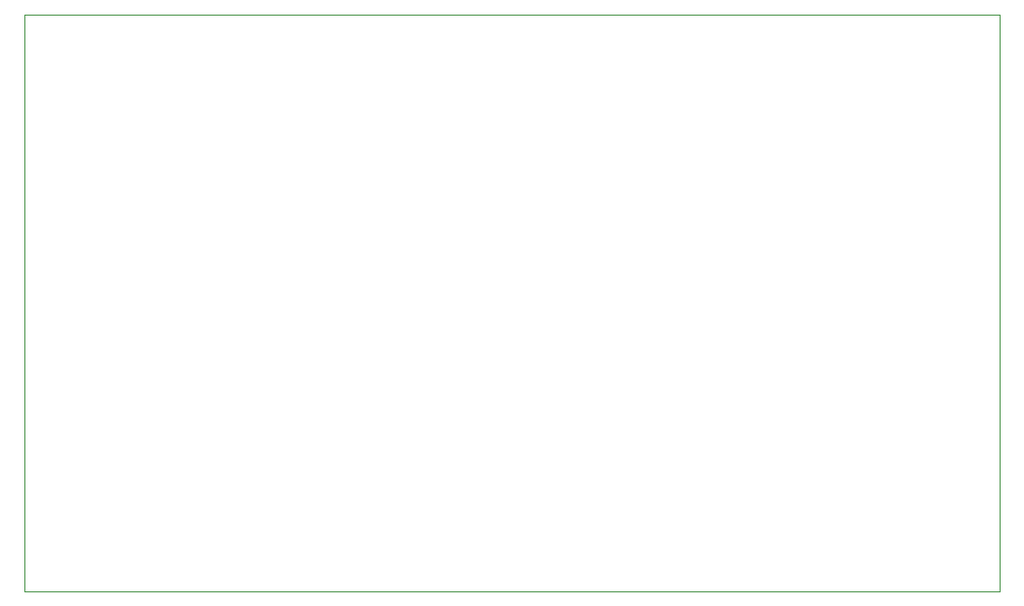
<source format=gbr>
G04 #@! TF.GenerationSoftware,KiCad,Pcbnew,7.99.0-1900-g89780d353a*
G04 #@! TF.CreationDate,2023-08-29T18:06:46+03:00*
G04 #@! TF.ProjectId,RP2040_minimal,52503230-3430-45f6-9d69-6e696d616c2e,REV1*
G04 #@! TF.SameCoordinates,Original*
G04 #@! TF.FileFunction,Profile,NP*
%FSLAX46Y46*%
G04 Gerber Fmt 4.6, Leading zero omitted, Abs format (unit mm)*
G04 Created by KiCad (PCBNEW 7.99.0-1900-g89780d353a) date 2023-08-29 18:06:46*
%MOMM*%
%LPD*%
G01*
G04 APERTURE LIST*
G04 #@! TA.AperFunction,Profile*
%ADD10C,0.050000*%
G04 #@! TD*
G04 APERTURE END LIST*
D10*
X105066000Y-88948400D02*
X189616000Y-88948400D01*
X189616000Y-138948400D01*
X105066000Y-138948400D01*
X105066000Y-88948400D01*
M02*

</source>
